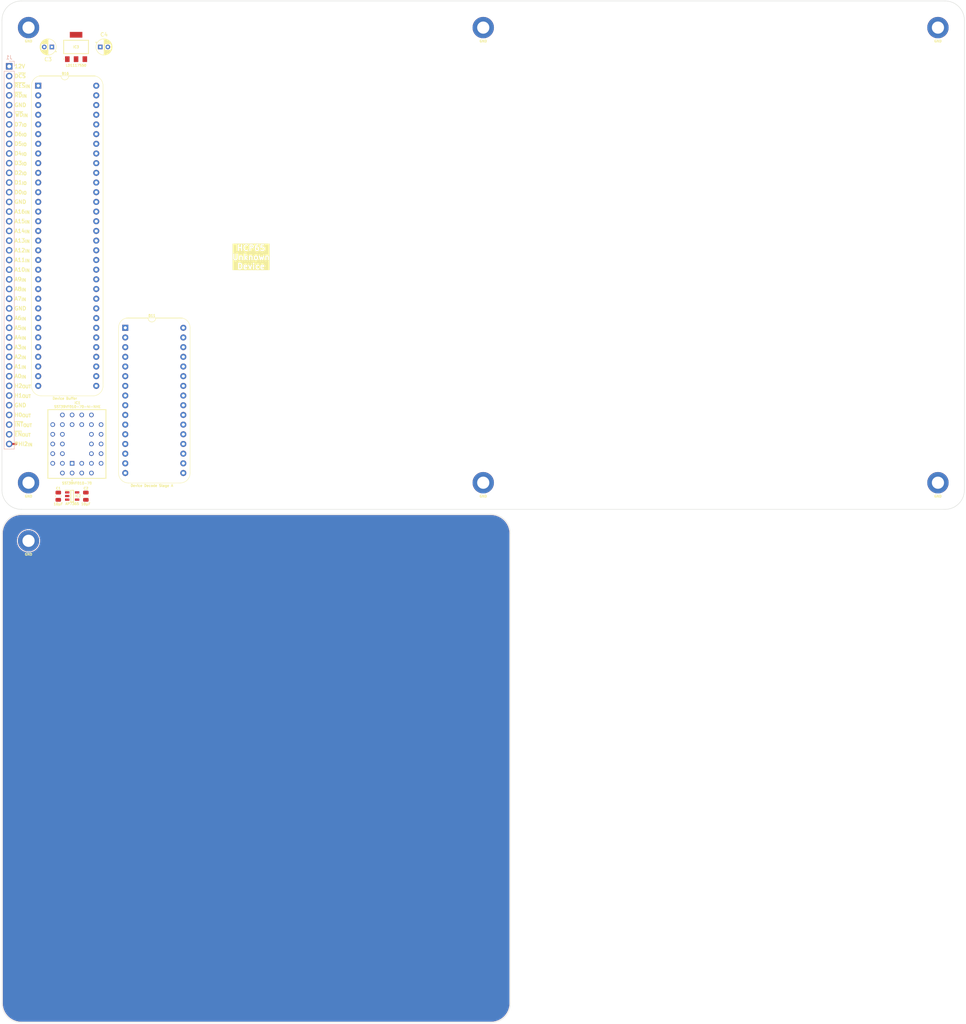
<source format=kicad_pcb>
(kicad_pcb (version 20221018) (generator pcbnew)
  (layers (0 "F.Cu" signal) (31 "B.Cu" signal) (36 "B.SilkS" user "B.Silkscreen") (37 "F.SilkS" user "F.Silkscreen") (38 "B.Mask" user) (39 "F.Mask" user) (44 "Edge.Cuts" user))
  (net 0 "")
  (net 1 "/5V")
  (net 2 "/GND")
  (net 3 "/D7")
  (net 4 "/D6")
  (net 5 "/D5")
  (net 6 "/D4")
  (net 7 "/D3")
  (net 8 "/D2")
  (net 9 "/D1")
  (net 10 "/D0")
  (net 11 "/3.3V")
  (net 12 "/~{CPU Address}")
  (net 13 "/A11")
  (net 14 "/A10")
  (net 15 "/A9")
  (net 16 "/A8")
  (net 17 "/A7")
  (net 18 "/A6")
  (net 19 "/A5")
  (net 20 "/A4")
  (net 21 "/A3")
  (net 22 "/A2")
  (net 23 "/A1")
  (net 24 "/A0")
  (net 25 "/~{WD}")
  (net 26 "/A14")
  (net 27 "/A13")
  (net 28 "/A12")
  (net 29 "/~{Enable} _{OUT}")
  (net 30 "/~{Interrupt} _{OUT}")
  (net 31 "/Device ~{CS}")
  (net 32 "/A16")
  (net 33 "/~{RD}")
  (net 34 "/A15")
  (net 35 "/D7_{IN{slash}OUT}")
  (net 36 "/D6_{IN{slash}OUT}")
  (net 37 "/D5_{IN{slash}OUT}")
  (net 38 "/D4_{IN{slash}OUT}")
  (net 39 "/D3_{IN{slash}OUT}")
  (net 40 "/D2_{IN{slash}OUT}")
  (net 41 "/D1_{IN{slash}OUT}")
  (net 42 "/D0_{IN{slash}OUT}")
  (net 43 "/~{Reset} _{IN}")
  (net 44 "/~{WD}_{IN}")
  (net 45 "/~{RD}_{IN}")
  (net 46 "/PHI2_{IN}")
  (net 47 "/H2_{OUT}")
  (net 51 "/~{Device ROM}")
  (net 52 "/H1_{OUT}")
  (net 53 "/H0_{OUT}")
  (net 55 "/~{Device Registers}")
  (net 57 "/12V")
  (net 60 "/A16_{IN}")
  (net 61 "/A15_{IN}")
  (net 62 "/A14_{IN}")
  (net 63 "/A13_{IN}")
  (net 64 "/A12_{IN}")
  (net 65 "/A11_{IN}")
  (net 66 "/A10_{IN}")
  (net 67 "/A9_{IN}")
  (net 68 "/A8_{IN}")
  (net 69 "/A7_{IN}")
  (net 70 "/A6_{IN}")
  (net 71 "/A5_{IN}")
  (net 72 "/A4_{IN}")
  (net 73 "/A3_{IN}")
  (net 74 "/A2_{IN}")
  (net 75 "/A1_{IN}")
  (net 76 "/A0_{IN}")
  (net 79 "/Device ~{CS} _{IN}")
  (net 82 "/~{A4}")
  (footprint "SamacSys_Parts:LD1117S33C" (layer "F.Cu") (at 42.958 40.64)
    (fp_text reference "IC3" (at 0 0) (layer "F.SilkS") (effects (font (size 0.635 0.635))))
    (fp_text value "LD1117S50C" hide)
    (fp_text user "${Silkscreen}" (at 0 4.826) (layer "F.SilkS") (effects (font (size 0.635 0.635))))
    (pad "1" smd rect (at -2.3 3.2) (size 1.2 1.5) (layers "F.Cu" "F.Paste" "F.Mask") (net 2 "/GND"))
    (pad "2" smd rect (at 0 3.2) (size 1.2 1.5) (layers "F.Cu" "F.Paste" "F.Mask") (net 1 "/5V"))
    (pad "3" smd rect (at 2.3 3.2) (size 1.2 1.5) (layers "F.Cu" "F.Paste" "F.Mask") (net 57 "/12V"))
    (pad "4" smd rect (at 0 -3.2 90) (size 1.5 3.3) (layers "F.Cu" "F.Paste" "F.Mask"))
  )
  (footprint "HCP65_Parts:HCP65_MountingHole_M3_" (layer "F.Cu") (at 149.86 35.56)
    (fp_text reference "H4" hide)
    (fp_text value "MountingHole_Pad")
    (fp_text user "GND" (at 0 3.556 unlocked) (layer "F.SilkS") (effects (font (size 0.635 0.635))))
    (pad "1" thru_hole circle (at 0 0) (size 5.6 5.6) (drill 3.2) (layers "*.Cu" "*.Mask") (net 2 "/GND"))
  )
  (footprint "SamacSys_Parts:C_0805" (layer "F.Cu") (at 38.287 158.491)
    (fp_text reference "C1" (at 0.027 -2.075 180) (layer "F.SilkS") (effects (font (size 0.635 0.635))))
    (fp_text value "10µF" (at 0 2.032) (layer "F.SilkS") (effects (font (size 0.635 0.635))))
    (pad "1" smd roundrect (at 0 0.934 90) (size 1 1.45) (layers "F.Cu" "F.Paste" "F.Mask") (net 1 "/5V"))
    (pad "2" smd roundrect (at 0 -0.966 90) (size 1 1.45) (layers "F.Cu" "F.Paste" "F.Mask") (net 2 "/GND"))
  )
  (footprint "HCP65_Parts:HCP65_Device_Buffer" (layer "F.Cu") (at 33.02 50.8)
    (fp_text reference "B16" (at 7.112 -3.175) (layer "F.SilkS") (effects (font (size 0.635 0.635))))
    (fp_text value "Device Buffer" hide)
    (fp_text user "${Silkscreen}" (at 6.985 82.042) (layer "F.SilkS") (effects (font (size 0.635 0.635))))
    (pad "1" thru_hole rect (at 0 0) (size 1.6 1.6) (drill 0.8) (layers "*.Cu" "*.Mask") (net 79 "/Device ~{CS} _{IN}"))
    (pad "2" thru_hole oval (at 0 2.54) (size 1.6 1.6) (drill 0.8) (layers "*.Cu" "*.Mask") (net 35 "/D7_{IN{slash}OUT}"))
    (pad "3" thru_hole oval (at 0 5.08) (size 1.6 1.6) (drill 0.8) (layers "*.Cu" "*.Mask") (net 1 "/5V"))
    (pad "4" thru_hole oval (at 0 7.62) (size 1.6 1.6) (drill 0.8) (layers "*.Cu" "*.Mask") (net 36 "/D6_{IN{slash}OUT}"))
    (pad "5" thru_hole oval (at 0 10.16) (size 1.6 1.6) (drill 0.8) (layers "*.Cu" "*.Mask") (net 37 "/D5_{IN{slash}OUT}"))
    (pad "6" thru_hole oval (at 0 12.7) (size 1.6 1.6) (drill 0.8) (layers "*.Cu" "*.Mask") (net 38 "/D4_{IN{slash}OUT}"))
    (pad "7" thru_hole oval (at 0 15.24) (size 1.6 1.6) (drill 0.8) (layers "*.Cu" "*.Mask") (net 39 "/D3_{IN{slash}OUT}"))
    (pad "8" thru_hole oval (at 0 17.78) (size 1.6 1.6) (drill 0.8) (layers "*.Cu" "*.Mask") (net 40 "/D2_{IN{slash}OUT}"))
    (pad "9" thru_hole oval (at 0 20.32) (size 1.6 1.6) (drill 0.8) (layers "*.Cu" "*.Mask") (net 41 "/D1_{IN{slash}OUT}"))
    (pad "10" thru_hole oval (at 0 22.86) (size 1.6 1.6) (drill 0.8) (layers "*.Cu" "*.Mask") (net 2 "/GND"))
    (pad "11" thru_hole oval (at 0 25.4) (size 1.6 1.6) (drill 0.8) (layers "*.Cu" "*.Mask") (net 42 "/D0_{IN{slash}OUT}"))
    (pad "12" thru_hole oval (at 0 27.94) (size 1.6 1.6) (drill 0.8) (layers "*.Cu" "*.Mask") (net 45 "/~{RD}_{IN}"))
    (pad "13" thru_hole oval (at 0 30.48) (size 1.6 1.6) (drill 0.8) (layers "*.Cu" "*.Mask") (net 44 "/~{WD}_{IN}"))
    (pad "14" thru_hole oval (at 0 33.02) (size 1.6 1.6) (drill 0.8) (layers "*.Cu" "*.Mask") (net 2 "/GND"))
    (pad "15" thru_hole oval (at 0 35.56) (size 1.6 1.6) (drill 0.8) (layers "*.Cu" "*.Mask") (net 60 "/A16_{IN}"))
    (pad "16" thru_hole oval (at 0 38.1) (size 1.6 1.6) (drill 0.8) (layers "*.Cu" "*.Mask") (net 61 "/A15_{IN}"))
    (pad "17" thru_hole oval (at 0 40.64) (size 1.6 1.6) (drill 0.8) (layers "*.Cu" "*.Mask") (net 62 "/A14_{IN}"))
    (pad "18" thru_hole oval (at 0 43.18) (size 1.6 1.6) (drill 0.8) (layers "*.Cu" "*.Mask") (net 63 "/A13_{IN}"))
    (pad "19" thru_hole oval (at 0 45.72) (size 1.6 1.6) (drill 0.8) (layers "*.Cu" "*.Mask") (net 64 "/A12_{IN}"))
    (pad "20" thru_hole oval (at 0 48.26) (size 1.6 1.6) (drill 0.8) (layers "*.Cu" "*.Mask") (net 65 "/A11_{IN}"))
    (pad "21" thru_hole oval (at 0 50.8) (size 1.6 1.6) (drill 0.8) (layers "*.Cu" "*.Mask") (net 66 "/A10_{IN}"))
    (pad "22" thru_hole oval (at 0 53.34) (size 1.6 1.6) (drill 0.8) (layers "*.Cu" "*.Mask") (net 67 "/A9_{IN}"))
    (pad "23" thru_hole oval (at 0 55.88) (size 1.6 1.6) (drill 0.8) (layers "*.Cu" "*.Mask") (net 2 "/GND"))
    (pad "24" thru_hole oval (at 0 58.42) (size 1.6 1.6) (drill 0.8) (layers "*.Cu" "*.Mask") (net 68 "/A8_{IN}"))
    (pad "25" thru_hole oval (at 0 60.96) (size 1.6 1.6) (drill 0.8) (layers "*.Cu" "*.Mask") (net 69 "/A7_{IN}"))
    (pad "26" thru_hole oval (at 0 63.5) (size 1.6 1.6) (drill 0.8) (layers "*.Cu" "*.Mask") (net 70 "/A6_{IN}"))
    (pad "27" thru_hole oval (at 0 66.04) (size 1.6 1.6) (drill 0.8) (layers "*.Cu" "*.Mask") (net 71 "/A5_{IN}"))
    (pad "28" thru_hole oval (at 0 68.58) (size 1.6 1.6) (drill 0.8) (layers "*.Cu" "*.Mask") (net 72 "/A4_{IN}"))
    (pad "29" thru_hole oval (at 0 71.12) (size 1.6 1.6) (drill 0.8) (layers "*.Cu" "*.Mask") (net 73 "/A3_{IN}"))
    (pad "30" thru_hole oval (at 0 73.66) (size 1.6 1.6) (drill 0.8) (layers "*.Cu" "*.Mask") (net 74 "/A2_{IN}"))
    (pad "31" thru_hole oval (at 0 76.2) (size 1.6 1.6) (drill 0.8) (layers "*.Cu" "*.Mask") (net 75 "/A1_{IN}"))
    (pad "32" thru_hole oval (at 0 78.74) (size 1.6 1.6) (drill 0.8) (layers "*.Cu" "*.Mask") (net 76 "/A0_{IN}"))
    (pad "33" thru_hole oval (at 15.24 78.74) (size 1.6 1.6) (drill 0.8) (layers "*.Cu" "*.Mask") (net 24 "/A0"))
    (pad "34" thru_hole oval (at 15.24 76.2) (size 1.6 1.6) (drill 0.8) (layers "*.Cu" "*.Mask") (net 23 "/A1"))
    (pad "35" thru_hole oval (at 15.24 73.66) (size 1.6 1.6) (drill 0.8) (layers "*.Cu" "*.Mask") (net 1 "/5V"))
    (pad "36" thru_hole oval (at 15.24 71.12) (size 1.6 1.6) (drill 0.8) (layers "*.Cu" "*.Mask") (net 22 "/A2"))
    (pad "37" thru_hole oval (at 15.24 68.58) (size 1.6 1.6) (drill 0.8) (layers "*.Cu" "*.Mask") (net 21 "/A3"))
    (pad "38" thru_hole oval (at 15.24 66.04) (size 1.6 1.6) (drill 0.8) (layers "*.Cu" "*.Mask") (net 20 "/A4"))
    (pad "39" thru_hole oval (at 15.24 63.5) (size 1.6 1.6) (drill 0.8) (layers "*.Cu" "*.Mask") (net 19 "/A5"))
    (pad "40" thru_hole oval (at 15.24 60.96) (size 1.6 1.6) (drill 0.8) (layers "*.Cu" "*.Mask") (net 18 "/A6"))
    (pad "41" thru_hole oval (at 15.24 58.42) (size 1.6 1.6) (drill 0.8) (layers "*.Cu" "*.Mask") (net 17 "/A7"))
    (pad "42" thru_hole oval (at 15.24 55.88) (size 1.6 1.6) (drill 0.8) (layers "*.Cu" "*.Mask") (net 2 "/GND"))
    (pad "43" thru_hole oval (at 15.24 53.34) (size 1.6 1.6) (drill 0.8) (layers "*.Cu" "*.Mask") (net 16 "/A8"))
    (pad "44" thru_hole oval (at 15.24 50.8) (size 1.6 1.6) (drill 0.8) (layers "*.Cu" "*.Mask") (net 15 "/A9"))
    (pad "45" thru_hole oval (at 15.24 48.26) (size 1.6 1.6) (drill 0.8) (layers "*.Cu" "*.Mask") (net 14 "/A10"))
    (pad "46" thru_hole oval (at 15.24 45.72) (size 1.6 1.6) (drill 0.8) (layers "*.Cu" "*.Mask") (net 13 "/A11"))
    (pad "47" thru_hole oval (at 15.24 43.18) (size 1.6 1.6) (drill 0.8) (layers "*.Cu" "*.Mask") (net 28 "/A12"))
    (pad "48" thru_hole oval (at 15.24 40.64) (size 1.6 1.6) (drill 0.8) (layers "*.Cu" "*.Mask") (net 27 "/A13"))
    (pad "49" thru_hole oval (at 15.24 38.1) (size 1.6 1.6) (drill 0.8) (layers "*.Cu" "*.Mask") (net 26 "/A14"))
    (pad "50" thru_hole oval (at 15.24 35.56) (size 1.6 1.6) (drill 0.8) (layers "*.Cu" "*.Mask") (net 34 "/A15"))
    (pad "51" thru_hole oval (at 15.24 33.02) (size 1.6 1.6) (drill 0.8) (layers "*.Cu" "*.Mask") (net 32 "/A16"))
    (pad "52" thru_hole oval (at 15.24 30.48) (size 1.6 1.6) (drill 0.8) (layers "*.Cu" "*.Mask"))
    (pad "53" thru_hole oval (at 15.24 27.94) (size 1.6 1.6) (drill 0.8) (layers "*.Cu" "*.Mask") (net 25 "/~{WD}"))
    (pad "54" thru_hole oval (at 15.24 25.4) (size 1.6 1.6) (drill 0.8) (layers "*.Cu" "*.Mask") (net 33 "/~{RD}"))
    (pad "55" thru_hole oval (at 15.24 22.86) (size 1.6 1.6) (drill 0.8) (layers "*.Cu" "*.Mask") (net 2 "/GND"))
    (pad "56" thru_hole oval (at 15.24 20.32) (size 1.6 1.6) (drill 0.8) (layers "*.Cu" "*.Mask") (net 10 "/D0"))
    (pad "57" thru_hole oval (at 15.24 17.78) (size 1.6 1.6) (drill 0.8) (layers "*.Cu" "*.Mask") (net 9 "/D1"))
    (pad "58" thru_hole oval (at 15.24 15.24) (size 1.6 1.6) (drill 0.8) (layers "*.Cu" "*.Mask") (net 8 "/D2"))
    (pad "59" thru_hole oval (at 15.24 12.7) (size 1.6 1.6) (drill 0.8) (layers "*.Cu" "*.Mask") (net 7 "/D3"))
    (pad "60" thru_hole oval (at 15.24 10.16) (size 1.6 1.6) (drill 0.8) (layers "*.Cu" "*.Mask") (net 6 "/D4"))
    (pad "61" thru_hole oval (at 15.24 7.62) (size 1.6 1.6) (drill 0.8) (layers "*.Cu" "*.Mask") (net 5 "/D5"))
    (pad "62" thru_hole oval (at 15.24 5.08) (size 1.6 1.6) (drill 0.8) (layers "*.Cu" "*.Mask") (net 4 "/D6"))
    (pad "63" thru_hole oval (at 15.24 2.54) (size 1.6 1.6) (drill 0.8) (layers "*.Cu" "*.Mask") (net 3 "/D7"))
    (pad "64" thru_hole oval (at 15.24 0) (size 1.6 1.6) (drill 0.8) (layers "*.Cu" "*.Mask") (net 31 "/Device ~{CS}"))
  )
  (footprint "HCP65_Parts:HCP65_MountingHole_M3_" (layer "F.Cu") (at 269.24 154.94)
    (fp_text reference "H6" hide)
    (fp_text value "MountingHole_Pad")
    (fp_text user "GND" (at 0 3.556 unlocked) (layer "F.SilkS") (effects (font (size 0.635 0.635))))
    (pad "1" thru_hole circle (at 0 0) (size 5.6 5.6) (drill 3.2) (layers "*.Cu" "*.Mask") (net 2 "/GND"))
  )
  (footprint "HCP65_Parts:HCP65_MountingHole_M3_" (layer "F.Cu") (at 269.24 35.56)
    (fp_text reference "H5" hide)
    (fp_text value "MountingHole_Pad")
    (fp_text user "GND" (at 0 3.556 unlocked) (layer "F.SilkS") (effects (font (size 0.635 0.635))))
    (pad "1" thru_hole circle (at 0 0) (size 5.6 5.6) (drill 3.2) (layers "*.Cu" "*.Mask") (net 2 "/GND"))
  )
  (footprint "NetTie:NetTie-2_SMD_Pad0.5mm" (layer "F.Cu") (at 26.789 144.78)
    (fp_text reference "NT1" hide)
    (fp_text value "NetTie_2" hide)
    (fp_poly (pts (xy -0.5 -0.25) (xy 0.5 -0.25) (xy 0.5 0.25) (xy -0.5 0.25)) (fill solid) (layer "F.Cu"))
    (pad "1" smd circle (at -0.5 0) (size 0.5 0.5) (layers "F.Cu") (net 46 "/PHI2_{IN}"))
    (pad "2" smd circle (at 0.5 0) (size 0.5 0.5) (layers "F.Cu"))
  )
  (footprint "HCP65_Parts:HCP65_MountingHole_M3_" (layer "F.Cu") (at 30.48 170.18)
    (fp_text reference "H1" hide)
    (fp_text value "MountingHole_Pad")
    (fp_text user "GND" (at 0 3.556 unlocked) (layer "F.SilkS") (effects (font (size 0.635 0.635))))
    (pad "1" thru_hole circle (at 0 0) (size 5.6 5.6) (drill 3.2) (layers "*.Cu" "*.Mask") (net 2 "/GND"))
  )
  (footprint "Capacitor_THT:CP_Radial_D4.0mm_P2.00mm" (layer "F.Cu") (at 49.308 40.64)
    (fp_text reference "C4" (at 1 -3.25) (layer "F.SilkS"))
    (fp_text value "C_Polarized")
    (pad "1" thru_hole rect (at 0 0) (size 1.2 1.2) (drill 0.6) (layers "*.Cu" "*.Mask") (net 57 "/12V"))
    (pad "2" thru_hole circle (at 2 0) (size 1.2 1.2) (drill 0.6) (layers "*.Cu" "*.Mask") (net 2 "/GND"))
  )
  (footprint "SamacSys_Parts:SOT95P285X130-5N" (layer "F.Cu") (at 41.94 158.43)
    (fp_text reference "IC2" (at 1.524 0) (layer "F.SilkS") (effects (font (size 0.635 0.635))))
    (fp_text value "AP7365-33WG-7" hide)
    (fp_text user "${Silkscreen}" (at 0 2.032) (layer "F.SilkS") (effects (font (size 0.635 0.635))))
    (pad "1" smd rect (at -1.3 -0.95 90) (size 0.6 1.15) (layers "F.Cu" "F.Paste" "F.Mask") (net 1 "/5V"))
    (pad "2" smd rect (at -1.3 0 90) (size 0.6 1.15) (layers "F.Cu" "F.Paste" "F.Mask") (net 2 "/GND"))
    (pad "3" smd rect (at -1.3 0.95 90) (size 0.6 1.15) (layers "F.Cu" "F.Paste" "F.Mask") (net 1 "/5V"))
    (pad "4" smd rect (at 1.3 0.95 90) (size 0.6 1.15) (layers "F.Cu" "F.Paste" "F.Mask"))
    (pad "5" smd rect (at 1.3 -0.95 90) (size 0.6 1.15) (layers "F.Cu" "F.Paste" "F.Mask") (net 11 "/3.3V"))
  )
  (footprint "SamacSys_Parts:C_0805" (layer "F.Cu") (at 45.526 158.491)
    (fp_text reference "C2" (at 0.027 -2.075 180) (layer "F.SilkS") (effects (font (size 0.635 0.635))))
    (fp_text value "10µF" (at 0 2.032) (layer "F.SilkS") (effects (font (size 0.635 0.635))))
    (pad "1" smd roundrect (at 0 0.934 90) (size 1 1.45) (layers "F.Cu" "F.Paste" "F.Mask") (net 11 "/3.3V"))
    (pad "2" smd roundrect (at 0 -0.966 90) (size 1 1.45) (layers "F.Cu" "F.Paste" "F.Mask") (net 2 "/GND"))
  )
  (footprint "HCP65_Parts:HCP65_Device_Decode_Stage_A" (layer "F.Cu") (at 55.88 114.3)
    (fp_text reference "B11" (at 6.985 -3.175) (layer "F.SilkS") (effects (font (size 0.635 0.635))))
    (fp_text value "Device Decode Stage A" hide)
    (fp_text user "${Silkscreen}" (at 6.985 41.402) (layer "F.SilkS") (effects (font (size 0.635 0.635))))
    (pad "1" thru_hole rect (at 0 0) (size 1.6 1.6) (drill 0.8) (layers "*.Cu" "*.Mask") (net 1 "/5V"))
    (pad "2" thru_hole oval (at 0 2.54) (size 1.6 1.6) (drill 0.8) (layers "*.Cu" "*.Mask") (net 31 "/Device ~{CS}"))
    (pad "3" thru_hole oval (at 0 5.08) (size 1.6 1.6) (drill 0.8) (layers "*.Cu" "*.Mask") (net 32 "/A16"))
    (pad "4" thru_hole oval (at 0 7.62) (size 1.6 1.6) (drill 0.8) (layers "*.Cu" "*.Mask") (net 34 "/A15"))
    (pad "5" thru_hole oval (at 0 10.16) (size 1.6 1.6) (drill 0.8) (layers "*.Cu" "*.Mask") (net 2 "/GND"))
    (pad "6" thru_hole oval (at 0 12.7) (size 1.6 1.6) (drill 0.8) (layers "*.Cu" "*.Mask") (net 26 "/A14"))
    (pad "7" thru_hole oval (at 0 15.24) (size 1.6 1.6) (drill 0.8) (layers "*.Cu" "*.Mask") (net 27 "/A13"))
    (pad "8" thru_hole oval (at 0 17.78) (size 1.6 1.6) (drill 0.8) (layers "*.Cu" "*.Mask") (net 28 "/A12"))
    (pad "9" thru_hole oval (at 0 20.32) (size 1.6 1.6) (drill 0.8) (layers "*.Cu" "*.Mask") (net 13 "/A11"))
    (pad "10" thru_hole oval (at 0 22.86) (size 1.6 1.6) (drill 0.8) (layers "*.Cu" "*.Mask") (net 14 "/A10"))
    (pad "11" thru_hole oval (at 0 25.4) (size 1.6 1.6) (drill 0.8) (layers "*.Cu" "*.Mask") (net 20 "/A4"))
    (pad "12" thru_hole oval (at 0 27.94) (size 1.6 1.6) (drill 0.8) (layers "*.Cu" "*.Mask") (net 2 "/GND"))
    (pad "13" thru_hole oval (at 0 30.48) (size 1.6 1.6) (drill 0.8) (layers "*.Cu" "*.Mask") (net 21 "/A3"))
    (pad "14" thru_hole oval (at 0 33.02) (size 1.6 1.6) (drill 0.8) (layers "*.Cu" "*.Mask"))
    (pad "15" thru_hole oval (at 0 35.56) (size 1.6 1.6) (drill 0.8) (layers "*.Cu" "*.Mask") (net 43 "/~{Reset} _{IN}"))
    (pad "16" thru_hole oval (at 0 38.1) (size 1.6 1.6) (drill 0.8) (layers "*.Cu" "*.Mask"))
    (pad "17" thru_hole oval (at 15.24 38.1) (size 1.6 1.6) (drill 0.8) (layers "*.Cu" "*.Mask") (net 1 "/5V"))
    (pad "18" thru_hole oval (at 15.24 35.56) (size 1.6 1.6) (drill 0.8) (layers "*.Cu" "*.Mask"))
    (pad "19" thru_hole oval (at 15.24 33.02) (size 1.6 1.6) (drill 0.8) (layers "*.Cu" "*.Mask"))
    (pad "20" thru_hole oval (at 15.24 30.48) (size 1.6 1.6) (drill 0.8) (layers "*.Cu" "*.Mask"))
    (pad "21" thru_hole oval (at 15.24 27.94) (size 1.6 1.6) (drill 0.8) (layers "*.Cu" "*.Mask") (net 2 "/GND"))
    (pad "22" thru_hole oval (at 15.24 25.4) (size 1.6 1.6) (drill 0.8) (layers "*.Cu" "*.Mask") (net 82 "/~{A4}"))
    (pad "23" thru_hole oval (at 15.24 22.86) (size 1.6 1.6) (drill 0.8) (layers "*.Cu" "*.Mask") (net 12 "/~{CPU Address}"))
    (pad "24" thru_hole oval (at 15.24 20.32) (size 1.6 1.6) (drill 0.8) (layers "*.Cu" "*.Mask") (net 55 "/~{Device Registers}"))
    (pad "25" thru_hole oval (at 15.24 17.78) (size 1.6 1.6) (drill 0.8) (layers "*.Cu" "*.Mask") (net 51 "/~{Device ROM}"))
    (pad "26" thru_hole oval (at 15.24 15.24) (size 1.6 1.6) (drill 0.8) (layers "*.Cu" "*.Mask"))
    (pad "27" thru_hole oval (at 15.24 12.7) (size 1.6 1.6) (drill 0.8) (layers "*.Cu" "*.Mask"))
    (pad "28" thru_hole oval (at 15.24 10.16) (size 1.6 1.6) (drill 0.8) (layers "*.Cu" "*.Mask") (net 2 "/GND"))
    (pad "29" thru_hole oval (at 15.24 7.62) (size 1.6 1.6) (drill 0.8) (layers "*.Cu" "*.Mask"))
    (pad "30" thru_hole oval (at 15.24 5.08) (size 1.6 1.6) (drill 0.8) (layers "*.Cu" "*.Mask"))
    (pad "31" thru_hole oval (at 15.24 2.54) (size 1.6 1.6) (drill 0.8) (layers "*.Cu" "*.Mask"))
    (pad "32" thru_hole oval (at 15.24 0) (size 1.6 1.6) (drill 0.8) (layers "*.Cu" "*.Mask"))
  )
  (footprint "Capacitor_THT:CP_Radial_D4.0mm_P2.00mm" (layer "F.Cu") (at 36.608 40.64 180)
    (fp_text reference "C3" (at 1 -3.25 180) (layer "F.SilkS"))
    (fp_text value "C_Polarized")
    (pad "1" thru_hole rect (at 0 0 180) (size 1.2 1.2) (drill 0.6) (layers "*.Cu" "*.Mask") (net 1 "/5V"))
    (pad "2" thru_hole circle (at 2 0 180) (size 1.2 1.2) (drill 0.6) (layers "*.Cu" "*.Mask") (net 2 "/GND"))
  )
  (footprint "SamacSys_Parts:5408803224008" (layer "F.Cu") (at 41.91 149.86)
    (fp_text reference "IC1" (at 1.397 -15.875) (layer "F.SilkS") (effects (font (size 0.635 0.635))))
    (fp_text value "SST39VF010-70-4I-NHE" (at 1.397 -14.859) (layer "F.SilkS") (effects (font (size 0.635 0.635))))
    (fp_text user "${Silkscreen}" (at 1.27 5.207) (layer "F.SilkS") (effects (font (size 0.635 0.635))))
    (pad "1" thru_hole rect (at 0 0) (size 1.2 1.2) (drill 0.75) (layers "*.Cu" "*.Mask"))
    (pad "2" thru_hole circle (at 2.54 2.54) (size 1.2 1.2) (drill 0.75) (layers "*.Cu" "*.Mask") (net 2 "/GND"))
    (pad "3" thru_hole circle (at 2.54 0) (size 1.2 1.2) (drill 0.75) (layers "*.Cu" "*.Mask") (net 2 "/GND"))
    (pad "4" thru_hole circle (at 5.08 2.54) (size 1.2 1.2) (drill 0.75) (layers "*.Cu" "*.Mask") (net 28 "/A12"))
    (pad "5" thru_hole circle (at 7.62 0) (size 1.2 1.2) (drill 0.75) (layers "*.Cu" "*.Mask") (net 17 "/A7"))
    (pad "6" thru_hole circle (at 5.08 0) (size 1.2 1.2) (drill 0.75) (layers "*.Cu" "*.Mask") (net 18 "/A6"))
    (pad "7" thru_hole circle (at 7.62 -2.54) (size 1.2 1.2) (drill 0.75) (layers "*.Cu" "*.Mask") (net 19 "/A5"))
    (pad "8" thru_hole circle (at 5.08 -2.54) (size 1.2 1.2) (drill 0.75) (layers "*.Cu" "*.Mask") (net 20 "/A4"))
    (pad "9" thru_hole circle (at 7.62 -5.08) (size 1.2 1.2) (drill 0.75) (layers "*.Cu" "*.Mask") (net 21 "/A3"))
    (pad "10" thru_hole circle (at 5.08 -5.08) (size 1.2 1.2) (drill 0.75) (layers "*.Cu" "*.Mask") (net 22 "/A2"))
    (pad "11" thru_hole circle (at 7.62 -7.62) (size 1.2 1.2) (drill 0.75) (layers "*.Cu" "*.Mask") (net 23 "/A1"))
    (pad "12" thru_hole circle (at 5.08 -7.62) (size 1.2 1.2) (drill 0.75) (layers "*.Cu" "*.Mask") (net 24 "/A0"))
    (pad "13" thru_hole circle (at 7.62 -10.16) (size 1.2 1.2) (drill 0.75) (layers "*.Cu" "*.Mask") (net 10 "/D0"))
    (pad "14" thru_hole circle (at 5.08 -12.7) (size 1.2 1.2) (drill 0.75) (layers "*.Cu" "*.Mask") (net 9 "/D1"))
    (pad "15" thru_hole circle (at 5.08 -10.16) (size 1.2 1.2) (drill 0.75) (layers "*.Cu" "*.Mask") (net 8 "/D2"))
    (pad "16" thru_hole circle (at 2.54 -12.7) (size 1.2 1.2) (drill 0.75) (layers "*.Cu" "*.Mask") (net 2 "/GND"))
    (pad "17" thru_hole circle (at 2.54 -10.16) (size 1.2 1.2) (drill 0.75) (layers "*.Cu" "*.Mask") (net 7 "/D3"))
    (pad "18" thru_hole circle (at 0 -12.7) (size 1.2 1.2) (drill 0.75) (layers "*.Cu" "*.Mask") (net 6 "/D4"))
    (pad "19" thru_hole circle (at 0 -10.16) (size 1.2 1.2) (drill 0.75) (layers "*.Cu" "*.Mask") (net 5 "/D5"))
    (pad "20" thru_hole circle (at -2.54 -12.7) (size 1.2 1.2) (drill 0.75) (layers "*.Cu" "*.Mask") (net 4 "/D6"))
    (pad "21" thru_hole circle (at -5.08 -10.16) (size 1.2 1.2) (drill 0.75) (layers "*.Cu" "*.Mask") (net 3 "/D7"))
    (pad "22" thru_hole circle (at -2.54 -10.16) (size 1.2 1.2) (drill 0.75) (layers "*.Cu" "*.Mask") (net 51 "/~{Device ROM}"))
    (pad "23" thru_hole circle (at -5.08 -7.62) (size 1.2 1.2) (drill 0.75) (layers "*.Cu" "*.Mask") (net 14 "/A10"))
    (pad "24" thru_hole circle (at -2.54 -7.62) (size 1.2 1.2) (drill 0.75) (layers "*.Cu" "*.Mask") (net 33 "/~{RD}"))
    (pad "25" thru_hole circle (at -5.08 -5.08) (size 1.2 1.2) (drill 0.75) (layers "*.Cu" "*.Mask") (net 13 "/A11"))
    (pad "26" thru_hole circle (at -2.54 -5.08) (size 1.2 1.2) (drill 0.75) (layers "*.Cu" "*.Mask") (net 15 "/A9"))
    (pad "27" thru_hole circle (at -5.08 -2.54) (size 1.2 1.2) (drill 0.75) (layers "*.Cu" "*.Mask") (net 16 "/A8"))
    (pad "28" thru_hole circle (at -2.54 -2.54) (size 1.2 1.2) (drill 0.75) (layers "*.Cu" "*.Mask") (net 27 "/A13"))
    (pad "29" thru_hole circle (at -5.08 0) (size 1.2 1.2) (drill 0.75) (layers "*.Cu" "*.Mask") (net 26 "/A14"))
    (pad "30" thru_hole circle (at -2.54 2.54) (size 1.2 1.2) (drill 0.75) (layers "*.Cu" "*.Mask"))
    (pad "31" thru_hole circle (at -2.54 0) (size 1.2 1.2) (drill 0.75) (layers "*.Cu" "*.Mask") (net 25 "/~{WD}"))
    (pad "32" thru_hole circle (at 0 2.54) (size 1.2 1.2) (drill 0.75) (layers "*.Cu" "*.Mask") (net 11 "/3.3V"))
  )
  (footprint "HCP65_Parts:HCP65_MountingHole_M3_" (layer "F.Cu") (at 30.48 154.94)
    (fp_text reference "H2" hide)
    (fp_text value "MountingHole_Pad")
    (fp_text user "GND" (at 0 3.556 unlocked) (layer "F.SilkS") (effects (font (size 0.635 0.635))))
    (pad "1" thru_hole circle (at 0 0) (size 5.6 5.6) (drill 3.2) (layers "*.Cu" "*.Mask") (net 2 "/GND"))
  )
  (footprint "HCP65_Parts:HCP65_MountingHole_M3_" (layer "F.Cu") (at 149.86 154.94)
    (fp_text reference "H3" hide)
    (fp_text value "MountingHole_Pad")
    (fp_text user "GND" (at 0 3.556 unlocked) (layer "F.SilkS") (effects (font (size 0.635 0.635))))
    (pad "1" thru_hole circle (at 0 0) (size 5.6 5.6) (drill 3.2) (layers "*.Cu" "*.Mask") (net 2 "/GND"))
  )
  (footprint "HCP65_Parts:HCP65_MountingHole_M3_" (layer "F.Cu") (at 30.48 35.56)
    (fp_text reference "H1" hide)
    (fp_text value "MountingHole_Pad")
    (fp_text user "GND" (at 0 3.556 unlocked) (layer "F.SilkS") (effects (font (size 0.635 0.635))))
    (pad "1" thru_hole circle (at 0 0) (size 5.6 5.6) (drill 3.2) (layers "*.Cu" "*.Mask") (net 2 "/GND"))
  )
  (footprint "Connector_PinHeader_2.54mm:PinHeader_1x40_P2.54mm_Vertical" (layer "B.Cu") (at 25.4 45.72 180)
    (fp_text reference "J1" (at 0 2.33) (layer "B.SilkS") (effects (justify mirror)))
    (fp_text value "Conn_01x40_Pin")
    (pad "1" thru_hole rect (at 0 0 180) (size 1.7 1.7) (drill 1) (layers "*.Cu" "*.Mask") (net 57 "/12V"))
    (pad "2" thru_hole oval (at 0 -2.54 180) (size 1.7 1.7) (drill 1) (layers "*.Cu" "*.Mask") (net 79 "/Device ~{CS} _{IN}"))
    (pad "3" thru_hole oval (at 0 -5.08 180) (size 1.7 1.7) (drill 1) (layers "*.Cu" "*.Mask") (net 43 "/~{Reset} _{IN}"))
    (pad "4" thru_hole oval (at 0 -7.62 180) (size 1.7 1.7) (drill 1) (layers "*.Cu" "*.Mask") (net 45 "/~{RD}_{IN}"))
    (pad "5" thru_hole oval (at 0 -10.16 180) (size 1.7 1.7) (drill 1) (layers "*.Cu" "*.Mask") (net 2 "/GND"))
    (pad "6" thru_hole oval (at 0 -12.7 180) (size 1.7 1.7) (drill 1) (layers "*.Cu" "*.Mask") (net 44 "/~{WD}_{IN}"))
    (pad "7" thru_hole oval (at 0 -15.24 180) (size 1.7 1.7) (drill 1) (layers "*.Cu" "*.Mask") (net 35 "/D7_{IN{slash}OUT}"))
    (pad "8" thru_hole oval (at 0 -17.78 180) (size 1.7 1.7) (drill 1) (layers "*.Cu" "*.Mask") (net 36 "/D6_{IN{slash}OUT}"))
    (pad "9" thru_hole oval (at 0 -20.32 180) (size 1.7 1.7) (drill 1) (layers "*.Cu" "*.Mask") (net 37 "/D5_{IN{slash}OUT}"))
    (pad "10" thru_hole oval (at 0 -22.86 180) (size 1.7 1.7) (drill 1) (layers "*.Cu" "*.Mask") (net 38 "/D4_{IN{slash}OUT}"))
    (pad "11" thru_hole oval (at 0 -25.4 180) (size 1.7 1.7) (drill 1) (layers "*.Cu" "*.Mask") (net 39 "/D3_{IN{slash}OUT}"))
    (pad "12" thru_hole oval (at 0 -27.94 180) (size 1.7 1.7) (drill 1) (layers "*.Cu" "*.Mask") (net 40 "/D2_{IN{slash}OUT}"))
    (pad "13" thru_hole oval (at 0 -30.48 180) (size 1.7 1.7) (drill 1) (layers "*.Cu" "*.Mask") (net 41 "/D1_{IN{slash}OUT}"))
    (pad "14" thru_hole oval (at 0 -33.02 180) (size 1.7 1.7) (drill 1) (layers "*.Cu" "*.Mask") (net 42 "/D0_{IN{slash}OUT}"))
    (pad "15" thru_hole oval (at 0 -35.56 180) (size 1.7 1.7) (drill 1) (layers "*.Cu" "*.Mask") (net 2 "/GND"))
    (pad "16" thru_hole oval (at 0 -38.1 180) (size 1.7 1.7) (drill 1) (layers "*.Cu" "*.Mask") (net 60 "/A16_{IN}"))
    (pad "17" thru_hole oval (at 0 -40.64 180) (size 1.7 1.7) (drill 1) (layers "*.Cu" "*.Mask") (net 61 "/A15_{IN}"))
    (pad "18" thru_hole oval (at 0 -43.18 180) (size 1.7 1.7) (drill 1) (layers "*.Cu" "*.Mask") (net 62 "/A14_{IN}"))
    (pad "19" thru_hole oval (at 0 -45.72 180) (size 1.7 1.7) (drill 1) (layers "*.Cu" "*.Mask") (net 63 "/A13_{IN}"))
    (pad "20" thru_hole oval (at 0 -48.26 180) (size 1.7 1.7) (drill 1) (layers "*.Cu" "*.Mask") (net 64 "/A12_{IN}"))
    (pad "21" thru_hole oval (at 0 -50.8 180) (size 1.7 1.7) (drill 1) (layers "*.Cu" "*.Mask") (net 65 "/A11_{IN}"))
    (pad "22" thru_hole oval (at 0 -53.34 180) (size 1.7 1.7) (drill 1) (layers "*.Cu" "*.Mask") (net 66 "/A10_{IN}"))
    (pad "23" thru_hole oval (at 0 -55.88 180) (size 1.7 1.7) (drill 1) (layers "*.Cu" "*.Mask") (net 67 "/A9_{IN}"))
    (pad "24" thru_hole oval (at 0 -58.42 180) (size 1.7 1.7) (drill 1) (layers "*.Cu" "*.Mask") (net 68 "/A8_{IN}"))
    (pad "25" thru_hole oval (at 0 -60.96 180) (size 1.7 1.7) (drill 1) (layers "*.Cu" "*.Mask") (net 69 "/A7_{IN}"))
    (pad "26" thru_hole oval (at 0 -63.5 180) (size 1.7 1.7) (drill 1) (layers "*.Cu" "*.Mask") (net 2 "/GND"))
    (pad "27" thru_hole oval (at 0 -66.04 180) (size 1.7 1.7) (drill 1) (layers "*.Cu" "*.Mask") (net 70 "/A6_{IN}"))
    (pad "28" thru_hole oval (at 0 -68.58 180) (size 1.7 1.7) (drill 1) (layers "*.Cu" "*.Mask") (net 71 "/A5_{IN}"))
    (pad "29" thru_hole oval (at 0 -71.12 180) (size 1.7 1.7) (drill 1) (layers "*.Cu" "*.Mask") (net 72 "/A4_{IN}"))
    (pad "30" thru_hole oval (at 0 -73.66 180) (size 1.7 1.7) (drill 1) (layers "*.Cu" "*.Mask") (net 73 "/A3_{IN}"))
    (pad "31" thru_hole oval (at 0 -76.2 180) (size 1.7 1.7) (drill 1) (layers "*.Cu" "*.Mask") (net 74 "/A2_{IN}"))
    (pad "32" thru_hole oval (at 0 -78.74 180) (size 1.7 1.7) (drill 1) (layers "*.Cu" "*.Mask") (net 75 "/A1_{IN}"))
    (pad "33" thru_hole oval (at 0 -81.28 180) (size 1.7 1.7) (drill 1) (layers "*.Cu" "*.Mask") (net 76 "/A0_{IN}"))
    (pad "34" thru_hole oval (at 0 -83.82 180) (size 1.7 1.7) (drill 1) (layers "*.Cu" "*.Mask") (net 47 "/H2_{OUT}"))
    (pad "35" thru_hole oval (at 0 -86.36 180) (size 1.7 1.7) (drill 1) (layers "*.Cu" "*.Mask") (net 52 "/H1_{OUT}"))
    (pad "36" thru_hole oval (at 0 -88.9 180) (size 1.7 1.7) (drill 1) (layers "*.Cu" "*.Mask") (net 2 "/GND"))
    (pad "37" thru_hole oval (at 0 -91.44 180) (size 1.7 1.7) (drill 1) (layers "*.Cu" "*.Mask") (net 53 "/H0_{OUT}"))
    (pad "38" thru_hole oval (at 0 -93.98 180) (size 1.7 1.7) (drill 1) (layers "*.Cu" "*.Mask") (net 30 "/~{Interrupt} _{OUT}"))
    (pad "39" thru_hole oval (at 0 -96.52 180) (size 1.7 1.7) (drill 1) (layers "*.Cu" "*.Mask") (net 29 "/~{Enable} _{OUT}"))
    (pad "40" thru_hole oval (at 0 -99.06 180) (size 1.7 1.7) (drill 1) (layers "*.Cu" "*.Mask") (net 46 "/PHI2_{IN}"))
  )
  (gr_arc (start 151.892 163.195) (mid 155.484102 164.682898) (end 156.972 168.275) (stroke (width 0.1)) (layer "Edge.Cuts"))
  (gr_arc (start 23.495 168.275) (mid 24.982898 164.682898) (end 28.575 163.195) (stroke (width 0.1)) (layer "Edge.Cuts"))
  (gr_line (start 28.575 161.925) (end 271.108898 161.925) (stroke (width 0.1)) (layer "Edge.Cuts"))
  (gr_arc (start 28.575 296.545) (mid 24.982898 295.057102) (end 23.495 291.465) (stroke (width 0.1)) (layer "Edge.Cuts"))
  (gr_line (start 156.972 291.465) (end 156.972 168.275) (stroke (width 0.1)) (layer "Edge.Cuts"))
  (gr_line (start 28.575 296.545) (end 151.892 296.545) (stroke (width 0.1)) (layer "Edge.Cuts"))
  (gr_arc (start 271.108898 28.575) (mid 274.701 30.062898) (end 276.188898 33.655) (stroke (width 0.1)) (layer "Edge.Cuts"))
  (gr_line (start 276.188898 156.845) (end 276.188898 33.655) (stroke (width 0.1)) (layer "Edge.Cuts"))
  (gr_arc (start 23.495 33.655) (mid 24.982898 30.062898) (end 28.575 28.575) (stroke (width 0.1)) (layer "Edge.Cuts"))
  (gr_arc (start 156.972 291.465) (mid 155.484102 295.057102) (end 151.892 296.545) (stroke (width 0.1)) (layer "Edge.Cuts"))
  (gr_line (start 28.575 28.575) (end 271.108898 28.575) (stroke (width 0.1)) (layer "Edge.Cuts"))
  (gr_line (start 28.575 163.195) (end 151.892 163.195) (stroke (width 0.1)) (layer "Edge.Cuts"))
  (gr_arc (start 276.188898 156.845) (mid 274.701 160.437102) (end 271.108898 161.925) (stroke (width 0.1)) (layer "Edge.Cuts"))
  (gr_line (start 23.495 291.465) (end 23.495 168.275) (stroke (width 0.1)) (layer "Edge.Cuts"))
  (gr_line (start 23.495 156.845) (end 23.495 33.655) (stroke (width 0.1)) (layer "Edge.Cuts"))
  (gr_arc (start 28.575 161.925) (mid 24.982898 160.437102) (end 23.495 156.845) (stroke (width 0.1)) (layer "Edge.Cuts"))
  (gr_text "~{RES}_{IN}" (at 26.67 50.8) (layer "F.SilkS") (effects (font (size 1 1) (thickness 0.2) bold) (justify left)))
  (gr_text "GND" (at 26.67 55.88) (layer "F.SilkS") (effects (font (size 1 1) (thickness 0.2) bold) (justify left)))
  (gr_text "A16_{IN}" (at 26.67 83.82) (layer "F.SilkS") (effects (font (size 1 1) (thickness 0.2) bold) (justify left)))
  (gr_text "~{RD}_{IN}" (at 26.67 53.34) (layer "F.SilkS") (effects (font (size 1 1) (thickness 0.2) bold) (justify left)))
  (gr_text "A2_{IN}" (at 26.67 121.92) (layer "F.SilkS") (effects (font (size 1 1) (thickness 0.2) bold) (justify left)))
  (gr_text "D5_{IO}" (at 26.67 66.04) (layer "F.SilkS") (effects (font (size 1 1) (thickness 0.2) bold) (justify left)))
  (gr_text "12V" (at 26.67 45.72) (layer "F.SilkS") (effects (font (size 1 1) (thickness 0.2) bold) (justify left)))
  (gr_text "A9_{IN}" (at 26.67 101.6) (layer "F.SilkS") (effects (font (size 1 1) (thickness 0.2) bold) (justify left)))
  (gr_text "~{WD}_{IN}" (at 26.797 58.42) (layer "F.SilkS") (effects (font (size 1 1) (thickness 0.2) bold) (justify left)))
  (gr_text "A11_{IN}" (at 26.67 96.52) (layer "F.SilkS") (effects (font (size 1 1) (thickness 0.2) bold) (justify left)))
  (gr_text "D7_{IO}" (at 26.67 60.96) (layer "F.SilkS") (effects (font (size 1 1) (thickness 0.2) bold) (justify left)))
  (gr_text "A5_{IN}" (at 26.67 114.3) (layer "F.SilkS") (effects (font (size 1 1) (thickness 0.2) bold) (justify left)))
  (gr_text "D~{CS}" (at 26.67 48.26) (layer "F.SilkS") (effects (font (size 1 1) (thickness 0.2) bold) (justify left)))
  (gr_text "A14_{IN}" (at 26.67 88.9) (layer "F.SilkS") (effects (font (size 1 1) (thickness 0.2) bold) (justify left)))
  (gr_text "A8_{IN}" (at 26.67 104.14) (layer "F.SilkS") (effects (font (size 1 1) (thickness 0.2) bold) (justify left)))
  (gr_text "D1_{IO}" (at 26.67 76.2) (layer "F.SilkS") (effects (font (size 1 1) (thickness 0.2) bold) (justify left)))
  (gr_text "A7_{IN}" (at 26.67 106.68) (layer "F.SilkS") (effects (font (size 1 1) (thickness 0.2) bold) (justify left)))
  (gr_text "PHI2_{IN}" (at 26.67 144.78) (layer "F.SilkS") (effects (font (size 1 1) (thickness 0.2) bold) (justify left)))
  (gr_text "D4_{IO}" (at 26.67 68.58) (layer "F.SilkS") (effects (font (size 1 1) (thickness 0.2) bold) (justify left)))
  (gr_text "HCP65\nUnknown\nDevice" (at 88.9 99.06) (layer "F.SilkS" knockout) (effects (font (size 1.5 1.5) (thickness 0.3) bold) (justify bottom)))
  (gr_text "A3_{IN}" (at 26.67 119.38) (layer "F.SilkS") (effects (font (size 1 1) (thickness 0.2) bold) (justify left)))
  (gr_text "~{INT}_{OUT}" (at 26.67 139.7) (layer "F.SilkS") (effects (font (size 1 1) (thickness 0.2) bold) (justify left)))
  (gr_text "GND" (at 26.67 134.62) (layer "F.SilkS") (effects (font (size 1 1) (thickness 0.2) bold) (justify left)))
  (gr_text "D3_{IO}" (at 26.67 71.12) (layer "F.SilkS") (effects (font (size 1 1) (thickness 0.2) bold) (justify left)))
  (gr_text "H2_{OUT}" (at 26.67 129.54) (layer "F.SilkS") (effects (font (size 1 1) (thickness 0.2) bold) (justify left)))
  (gr_text "A4_{IN}" (at 26.67 116.84) (layer "F.SilkS") (effects (font (size 1 1) (thickness 0.2) bold) (justify left)))
  (gr_text "H0_{OUT}" (at 26.67 137.16) (layer "F.SilkS") (effects (font (size 1 1) (thickness 0.2) bold) (justify left)))
  (gr_text "A0_{IN}" (at 26.67 127) (layer "F.SilkS") (effects (font (size 1 1) (thickness 0.2) bold) (justify left)))
  (gr_text "A12_{IN}" (at 26.67 93.98) (layer "F.SilkS") (effects (font (size 1 1) (thickness 0.2) bold) (justify left)))
  (gr_text "GND" (at 26.67 81.28) (layer "F.SilkS") (effects (font (size 1 1) (thickness 0.2) bold) (justify left)))
  (gr_text "~{EN}_{OUT}" (at 26.67 142.24) (layer "F.SilkS") (effects (font (size 1 1) (thickness 0.2) bold) (justify left)))
  (gr_text "A1_{IN}" (at 26.67 124.46) (layer "F.SilkS") (effects (font (size 1 1) (thickness 0.2) bold) (justify left)))
  (gr_text "GND" (at 26.67 109.22) (layer "F.SilkS") (effects (font (size 1 1) (thickness 0.2) bold) (justify left)))
  (gr_text "H1_{OUT}" (at 26.67 132.08) (layer "F.SilkS") (effects (font (size 1 1) (thickness 0.2) bold) (justify left)))
  (gr_text "D6_{IO}" (at 26.67 63.5) (layer "F.SilkS") (effects (font (size 1 1) (thickness 0.2) bold) (justify left)))
  (gr_text "D0_{IO}" (at 26.67 78.74) (layer "F.SilkS") (effects (font (size 1 1) (thickness 0.2) bold) (justify left)))
  (gr_text "A10_{IN}" (at 26.67 99.06) (layer "F.SilkS") (effects (font (size 1 1) (thickness 0.2) bold) (justify left)))
  (gr_text "A13_{IN}" (at 26.67 91.44) (layer "F.SilkS") (effects (font (size 1 1) (thickness 0.2) bold) (justify left)))
  (gr_text "A6_{IN}" (at 26.67 111.76) (layer "F.SilkS") (effects (font (size 1 1) (thickness 0.2) bold) (justify left)))
  (gr_text "A15_{IN}" (at 26.67 86.36) (layer "F.SilkS") (effects (font (size 1 1) (thickness 0.2) bold) (justify left)))
  (gr_text "D2_{IO}" (at 26.67 73.66) (layer "F.SilkS") (effects (font (size 1 1) (thickness 0.2) bold) (justify left)))
  (zone (net 0) (net_name "") (layers "F&B.Cu") (connect_pads (clearance 0.25)) (min_thickness 0.25) (fill yes (thermal_gap 0.5) (thermal_bridge_width 0.5) (island_removal_mode 1) (island_area_min 10))
    (polygon (pts (xy 22.987 162.814) (xy 157.48 162.687) (xy 157.48 296.799) (xy 22.987 296.926)))
  )
)
</source>
